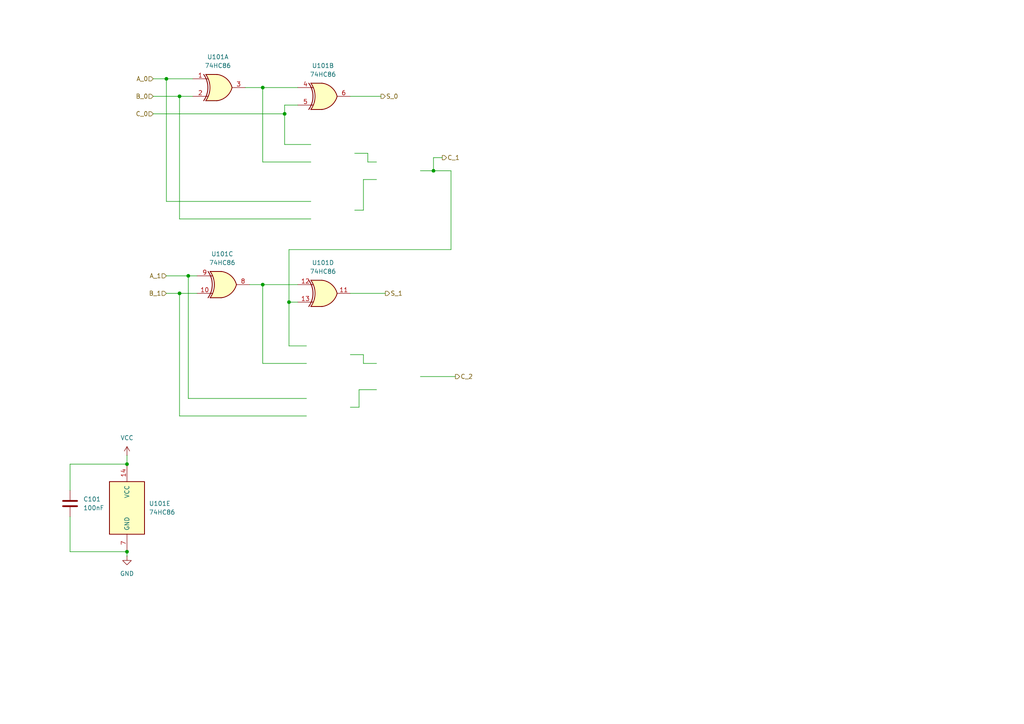
<source format=kicad_sch>
(kicad_sch (version 20250114) (generator "eeschema") (generator_version "9.0")
  (paper "A4")
  (lib_symbols
    (symbol "74xx:74HC86" (pin_names (offset 1.016))
      (property "Reference" "U" (at 0 1.27 0))
      (property "Value" "74HC86" (at 0 -1.27 0))
      (symbol "74HC86_1_0"
        (arc (start -4.4196 3.81) (mid -3.2033 0) (end -4.4196 -3.81) (stroke (width 0.254)))
        (arc (start -3.81 3.81) (mid -2.589 0) (end -3.81 -3.81) (stroke (width 0.254)))
        (polyline (pts (xy -3.81 3.81) (xy -0.635 3.81)) (stroke (width 0.254)) (fill (type background)))
        (polyline (pts (xy -3.81 -3.81) (xy -0.635 -3.81)) (stroke (width 0.254)) (fill (type background)))
        (arc (start 3.81 0) (mid 2.1855 -2.584) (end -0.6096 -3.81) (stroke (width 0.254)) (fill (type background)))
        (arc (start -0.6096 3.81) (mid 2.1928 2.5924) (end 3.81 0) (stroke (width 0.254)) (fill (type background)))
        (polyline (pts (xy -0.635 3.81) (xy -3.81 3.81) (xy -3.81 3.81) (xy -3.556 3.4036) (xy -3.0226 2.2606) (xy -2.6924 1.0414) (xy -2.6162 -0.254) (xy -2.7686 -1.4986) (xy -3.175 -2.7178) (xy -3.81 -3.81) (xy -3.81 -3.81) (xy -0.635 -3.81)) (stroke (width -25.4)) (fill (type background)))
        (pin input line (at -7.62 2.54 0) (length 4.445) (name "~") (number "1"))
        (pin input line (at -7.62 -2.54 0) (length 4.445) (name "~") (number "2"))
        (pin output line (at 7.62 0 180) (length 3.81) (name "~") (number "3"))
      )
      (symbol "74HC86_1_1"
        (polyline (pts (xy -3.81 2.54) (xy -3.175 2.54)) (stroke (width 0.1524)))
        (polyline (pts (xy -3.81 -2.54) (xy -3.175 -2.54)) (stroke (width 0.1524)))
      )
      (symbol "74HC86_2_0"
        (arc (start -4.4196 3.81) (mid -3.2033 0) (end -4.4196 -3.81) (stroke (width 0.254)))
        (arc (start -3.81 3.81) (mid -2.589 0) (end -3.81 -3.81) (stroke (width 0.254)))
        (polyline (pts (xy -3.81 3.81) (xy -0.635 3.81)) (stroke (width 0.254)) (fill (type background)))
        (polyline (pts (xy -3.81 -3.81) (xy -0.635 -3.81)) (stroke (width 0.254)) (fill (type background)))
        (arc (start 3.81 0) (mid 2.1855 -2.584) (end -0.6096 -3.81) (stroke (width 0.254)) (fill (type background)))
        (arc (start -0.6096 3.81) (mid 2.1928 2.5924) (end 3.81 0) (stroke (width 0.254)) (fill (type background)))
        (polyline (pts (xy -0.635 3.81) (xy -3.81 3.81) (xy -3.81 3.81) (xy -3.556 3.4036) (xy -3.0226 2.2606) (xy -2.6924 1.0414) (xy -2.6162 -0.254) (xy -2.7686 -1.4986) (xy -3.175 -2.7178) (xy -3.81 -3.81) (xy -3.81 -3.81) (xy -0.635 -3.81)) (stroke (width -25.4)) (fill (type background)))
        (pin input line (at -7.62 2.54 0) (length 4.445) (name "~") (number "4"))
        (pin input line (at -7.62 -2.54 0) (length 4.445) (name "~") (number "5"))
        (pin output line (at 7.62 0 180) (length 3.81) (name "~") (number "6"))
      )
      (symbol "74HC86_2_1"
        (polyline (pts (xy -3.81 2.54) (xy -3.175 2.54)) (stroke (width 0.1524)))
        (polyline (pts (xy -3.81 -2.54) (xy -3.175 -2.54)) (stroke (width 0.1524)))
      )
      (symbol "74HC86_3_0"
        (arc (start -4.4196 3.81) (mid -3.2033 0) (end -4.4196 -3.81) (stroke (width 0.254)))
        (arc (start -3.81 3.81) (mid -2.589 0) (end -3.81 -3.81) (stroke (width 0.254)))
        (polyline (pts (xy -3.81 3.81) (xy -0.635 3.81)) (stroke (width 0.254)) (fill (type background)))
        (polyline (pts (xy -3.81 -3.81) (xy -0.635 -3.81)) (stroke (width 0.254)) (fill (type background)))
        (arc (start 3.81 0) (mid 2.1855 -2.584) (end -0.6096 -3.81) (stroke (width 0.254)) (fill (type background)))
        (arc (start -0.6096 3.81) (mid 2.1928 2.5924) (end 3.81 0) (stroke (width 0.254)) (fill (type background)))
        (polyline (pts (xy -0.635 3.81) (xy -3.81 3.81) (xy -3.81 3.81) (xy -3.556 3.4036) (xy -3.0226 2.2606) (xy -2.6924 1.0414) (xy -2.6162 -0.254) (xy -2.7686 -1.4986) (xy -3.175 -2.7178) (xy -3.81 -3.81) (xy -3.81 -3.81) (xy -0.635 -3.81)) (stroke (width -25.4)) (fill (type background)))
        (pin input line (at -7.62 2.54 0) (length 4.445) (name "~") (number "9"))
        (pin input line (at -7.62 -2.54 0) (length 4.445) (name "~") (number "10"))
        (pin output line (at 7.62 0 180) (length 3.81) (name "~") (number "8"))
      )
      (symbol "74HC86_3_1"
        (polyline (pts (xy -3.81 2.54) (xy -3.175 2.54)) (stroke (width 0.1524)))
        (polyline (pts (xy -3.81 -2.54) (xy -3.175 -2.54)) (stroke (width 0.1524)))
      )
      (symbol "74HC86_4_0"
        (arc (start -4.4196 3.81) (mid -3.2033 0) (end -4.4196 -3.81) (stroke (width 0.254)))
        (arc (start -3.81 3.81) (mid -2.589 0) (end -3.81 -3.81) (stroke (width 0.254)))
        (polyline (pts (xy -3.81 3.81) (xy -0.635 3.81)) (stroke (width 0.254)) (fill (type background)))
        (polyline (pts (xy -3.81 -3.81) (xy -0.635 -3.81)) (stroke (width 0.254)) (fill (type background)))
        (arc (start 3.81 0) (mid 2.1855 -2.584) (end -0.6096 -3.81) (stroke (width 0.254)) (fill (type background)))
        (arc (start -0.6096 3.81) (mid 2.1928 2.5924) (end 3.81 0) (stroke (width 0.254)) (fill (type background)))
        (polyline (pts (xy -0.635 3.81) (xy -3.81 3.81) (xy -3.81 3.81) (xy -3.556 3.4036) (xy -3.0226 2.2606) (xy -2.6924 1.0414) (xy -2.6162 -0.254) (xy -2.7686 -1.4986) (xy -3.175 -2.7178) (xy -3.81 -3.81) (xy -3.81 -3.81) (xy -0.635 -3.81)) (stroke (width -25.4)) (fill (type background)))
        (pin input line (at -7.62 2.54 0) (length 4.445) (name "~") (number "12"))
        (pin input line (at -7.62 -2.54 0) (length 4.445) (name "~") (number "13"))
        (pin output line (at 7.62 0 180) (length 3.81) (name "~") (number "11"))
      )
      (symbol "74HC86_4_1"
        (polyline (pts (xy -3.81 2.54) (xy -3.175 2.54)) (stroke (width 0.1524)))
        (polyline (pts (xy -3.81 -2.54) (xy -3.175 -2.54)) (stroke (width 0.1524)))
      )
      (symbol "74HC86_5_0"
        (pin power_in line (at 0 12.7 270) (length 5.08) (name "VCC") (number "14"))
        (pin power_in line (at 0 -12.7 90) (length 5.08) (name "GND") (number "7"))
      )
      (symbol "74HC86_5_1"
        (rectangle (start -5.08 7.62) (end 5.08 -7.62) (stroke (width 0.254)) (fill (type background)))
      )
    )
    (symbol "Device:C" (pin_numbers (hide yes)) (pin_names (offset 0.254))
      (property "Reference" "C" (at 0.635 2.54 0))
      (property "Value" "C" (at 0.635 -2.54 0))
      (symbol "C_0_1"
        (polyline (pts (xy -2.032 0.762) (xy 2.032 0.762)) (stroke (width 0.508)))
        (polyline (pts (xy -2.032 -0.762) (xy 2.032 -0.762)) (stroke (width 0.508)))
      )
      (symbol "C_1_1"
        (pin passive line (at 0 3.81 270) (length 2.794) (name "~") (number "1"))
        (pin passive line (at 0 -3.81 90) (length 2.794) (name "~") (number "2"))
      )
    )
    (symbol "power:GND" (power) (pin_numbers (hide yes)) (pin_names (offset 0) (hide yes))
      (property "Value" "GND" (at 0 -3.81 0))
      (symbol "GND_0_1"
        (polyline (pts (xy 0 0) (xy 0 -1.27) (xy 1.27 -1.27) (xy 0 -2.54) (xy -1.27 -1.27) (xy 0 -1.27)))
      )
      (symbol "GND_1_1"
        (pin power_in line (at 0 0 270) (length 0) (name "~") (number "1"))
      )
    )
    (symbol "power:VCC" (power) (pin_numbers (hide yes)) (pin_names (offset 0) (hide yes))
      (property "Value" "VCC" (at 0 3.556 0))
      (symbol "VCC_0_1"
        (polyline (pts (xy -0.762 1.27) (xy 0 2.54)))
        (polyline (pts (xy 0 2.54) (xy 0.762 1.27)))
        (polyline (pts (xy 0 0) (xy 0 2.54)))
      )
      (symbol "VCC_1_1"
        (pin power_in line (at 0 0 90) (length 0) (name "~") (number "1"))
      )
    )
  )
  (junction (at 36.83 160.02))
  (junction (at 36.83 134.62))
  (junction (at 76.2 82.55))
  (junction (at 83.82 87.63))
  (junction (at 52.07 85.09))
  (junction (at 125.73 49.53))
  (junction (at 76.2 25.4))
  (junction (at 48.26 22.86))
  (junction (at 54.61 80.01))
  (junction (at 82.55 33.02))
  (junction (at 52.07 27.94))
  (wire (pts (xy 76.2 82.55) (xy 76.2 105.41)))
  (wire (pts (xy 54.61 115.57) (xy 88.9 115.57)))
  (wire (pts (xy 76.2 25.4) (xy 76.2 46.99)))
  (wire (pts (xy 130.81 72.39) (xy 83.82 72.39)))
  (wire (pts (xy 44.45 33.02) (xy 82.55 33.02)))
  (wire (pts (xy 20.32 134.62) (xy 36.83 134.62)))
  (wire (pts (xy 76.2 82.55) (xy 86.36 82.55)))
  (wire (pts (xy 102.87 60.96) (xy 105.41 60.96)))
  (wire (pts (xy 52.07 27.94) (xy 55.88 27.94)))
  (wire (pts (xy 36.83 161.29) (xy 36.83 160.02)))
  (wire (pts (xy 86.36 30.48) (xy 82.55 30.48)))
  (wire (pts (xy 52.07 27.94) (xy 52.07 63.5)))
  (wire (pts (xy 52.07 85.09) (xy 57.15 85.09)))
  (wire (pts (xy 105.41 60.96) (xy 105.41 52.07)))
  (wire (pts (xy 44.45 22.86) (xy 48.26 22.86)))
  (wire (pts (xy 125.73 45.72) (xy 125.73 49.53)))
  (wire (pts (xy 86.36 87.63) (xy 83.82 87.63)))
  (wire (pts (xy 101.6 27.94) (xy 110.49 27.94)))
  (wire (pts (xy 52.07 120.65) (xy 88.9 120.65)))
  (wire (pts (xy 54.61 80.01) (xy 57.15 80.01)))
  (wire (pts (xy 76.2 46.99) (xy 90.17 46.99)))
  (wire (pts (xy 105.41 52.07) (xy 109.22 52.07)))
  (wire (pts (xy 82.55 33.02) (xy 82.55 41.91)))
  (wire (pts (xy 105.41 102.87) (xy 105.41 105.41)))
  (wire (pts (xy 52.07 85.09) (xy 52.07 120.65)))
  (wire (pts (xy 44.45 27.94) (xy 52.07 27.94)))
  (wire (pts (xy 76.2 105.41) (xy 88.9 105.41)))
  (wire (pts (xy 52.07 63.5) (xy 90.17 63.5)))
  (wire (pts (xy 105.41 105.41) (xy 109.22 105.41)))
  (wire (pts (xy 83.82 87.63) (xy 83.82 100.33)))
  (wire (pts (xy 48.26 85.09) (xy 52.07 85.09)))
  (wire (pts (xy 48.26 80.01) (xy 54.61 80.01)))
  (wire (pts (xy 48.26 58.42) (xy 90.17 58.42)))
  (wire (pts (xy 125.73 49.53) (xy 130.81 49.53)))
  (wire (pts (xy 101.6 85.09) (xy 111.76 85.09)))
  (wire (pts (xy 76.2 25.4) (xy 86.36 25.4)))
  (wire (pts (xy 83.82 72.39) (xy 83.82 87.63)))
  (wire (pts (xy 72.39 82.55) (xy 76.2 82.55)))
  (wire (pts (xy 48.26 22.86) (xy 48.26 58.42)))
  (wire (pts (xy 20.32 149.86) (xy 20.32 160.02)))
  (wire (pts (xy 101.6 118.11) (xy 104.14 118.11)))
  (wire (pts (xy 106.68 46.99) (xy 109.22 46.99)))
  (wire (pts (xy 130.81 49.53) (xy 130.81 72.39)))
  (wire (pts (xy 121.92 109.22) (xy 132.08 109.22)))
  (wire (pts (xy 104.14 118.11) (xy 104.14 113.03)))
  (wire (pts (xy 121.92 49.53) (xy 125.73 49.53)))
  (wire (pts (xy 48.26 22.86) (xy 55.88 22.86)))
  (wire (pts (xy 102.87 44.45) (xy 106.68 44.45)))
  (wire (pts (xy 106.68 44.45) (xy 106.68 46.99)))
  (wire (pts (xy 36.83 132.08) (xy 36.83 134.62)))
  (wire (pts (xy 82.55 41.91) (xy 90.17 41.91)))
  (wire (pts (xy 128.27 45.72) (xy 125.73 45.72)))
  (wire (pts (xy 82.55 30.48) (xy 82.55 33.02)))
  (wire (pts (xy 83.82 100.33) (xy 88.9 100.33)))
  (wire (pts (xy 54.61 80.01) (xy 54.61 115.57)))
  (wire (pts (xy 101.6 102.87) (xy 105.41 102.87)))
  (wire (pts (xy 20.32 142.24) (xy 20.32 134.62)))
  (wire (pts (xy 71.12 25.4) (xy 76.2 25.4)))
  (wire (pts (xy 20.32 160.02) (xy 36.83 160.02)))
  (wire (pts (xy 104.14 113.03) (xy 109.22 113.03)))
  (hierarchical_label "S_0" (shape output) (at 110.49 27.94 0))
  (hierarchical_label "A_1" (shape input) (at 48.26 80.01 180))
  (hierarchical_label "A_0" (shape input) (at 44.45 22.86 180))
  (hierarchical_label "C_0" (shape input) (at 44.45 33.02 180))
  (hierarchical_label "S_1" (shape output) (at 111.76 85.09 0))
  (hierarchical_label "B_1" (shape input) (at 48.26 85.09 180))
  (hierarchical_label "C_1" (shape output) (at 128.27 45.72 0))
  (hierarchical_label "B_0" (shape input) (at 44.45 27.94 180))
  (hierarchical_label "C_2" (shape output) (at 132.08 109.22 0))
  (symbol (lib_id "Device:C") (at 20.32 146.05 0) (unit 1)
    (property "Reference" "C101" (at 24.13 144.7799 0) (effects (justify left)))
    (property "Value" "100nF" (at 24.13 147.3199 0) (effects (justify left)))
    (property "Footprint" "Capacitor_THT:C_Disc_D5.0mm_W2.5mm_P5.00mm" (effects (hide yes)))
    (property "Description" "Unpolarized capacitor" (effects (hide yes)))
  )
  (symbol (lib_id "74xx:74HC86") (at 63.5 25.4 0) (unit 1)
    (property "Reference" "U101" (at 63.1952 16.51 0))
    (property "Value" "74HC86" (at 63.1952 19.05 0))
    (property "Footprint" "Package_DIP:DIP-14_W7.62mm" (effects (hide yes)))
    (property "Datasheet" "http://www.ti.com/lit/gpn/sn74HC86" (effects (hide yes)))
    (property "Description" "Quad 2-input XOR" (effects (hide yes)))
    (property "Sim.Device" "XSPICE" (effects (hide yes)))
  )
  (symbol (lib_id "74xx:74HC86") (at 64.77 82.55 0) (unit 3)
    (property "Reference" "U101" (at 64.4652 73.66 0))
    (property "Value" "74HC86" (at 64.4652 76.2 0))
    (property "Footprint" "Package_DIP:DIP-14_W7.62mm" (effects (hide yes)))
    (property "Datasheet" "http://www.ti.com/lit/gpn/sn74HC86" (effects (hide yes)))
    (property "Description" "Quad 2-input XOR" (effects (hide yes)))
    (property "Sim.Device" "XSPICE" (effects (hide yes)))
  )
  (symbol (lib_id "74xx:74HC86") (at 36.83 147.32 0) (unit 5)
    (property "Reference" "U101" (at 43.18 146.0499 0) (effects (justify left)))
    (property "Value" "74HC86" (at 43.18 148.5899 0) (effects (justify left)))
    (property "Footprint" "Package_DIP:DIP-14_W7.62mm" (effects (hide yes)))
    (property "Datasheet" "http://www.ti.com/lit/gpn/sn74HC86" (effects (hide yes)))
    (property "Description" "Quad 2-input XOR" (effects (hide yes)))
    (property "Sim.Device" "XSPICE" (effects (hide yes)))
  )
  (symbol (lib_id "74xx:74HC86") (at 93.98 85.09 0) (unit 4)
    (property "Reference" "U101" (at 93.6752 76.2 0))
    (property "Value" "74HC86" (at 93.6752 78.74 0))
    (property "Footprint" "Package_DIP:DIP-14_W7.62mm" (effects (hide yes)))
    (property "Datasheet" "http://www.ti.com/lit/gpn/sn74HC86" (effects (hide yes)))
    (property "Description" "Quad 2-input XOR" (effects (hide yes)))
    (property "Sim.Device" "XSPICE" (effects (hide yes)))
  )
  (symbol (lib_id "power:GND") (at 36.83 161.29 0) (unit 1)
    (property "Reference" "#PWR0102" (effects (hide yes)))
    (property "Value" "GND" (at 36.83 166.37 0))
    (property "Description" "Power symbol creates a global label with name \"GND\" , ground" (effects (hide yes)))
  )
  (symbol (lib_id "74xx:74HC86") (at 93.98 27.94 0) (unit 2)
    (property "Reference" "U101" (at 93.6752 19.05 0))
    (property "Value" "74HC86" (at 93.6752 21.59 0))
    (property "Footprint" "Package_DIP:DIP-14_W7.62mm" (effects (hide yes)))
    (property "Datasheet" "http://www.ti.com/lit/gpn/sn74HC86" (effects (hide yes)))
    (property "Description" "Quad 2-input XOR" (effects (hide yes)))
    (property "Sim.Device" "XSPICE" (effects (hide yes)))
  )
  (symbol (lib_id "power:VCC") (at 36.83 132.08 0) (unit 1)
    (property "Reference" "#PWR0101" (effects (hide yes)))
    (property "Value" "VCC" (at 36.83 127 0))
    (property "Description" "Power symbol creates a global label with name \"VCC\"" (effects (hide yes)))
  )
)
</source>
